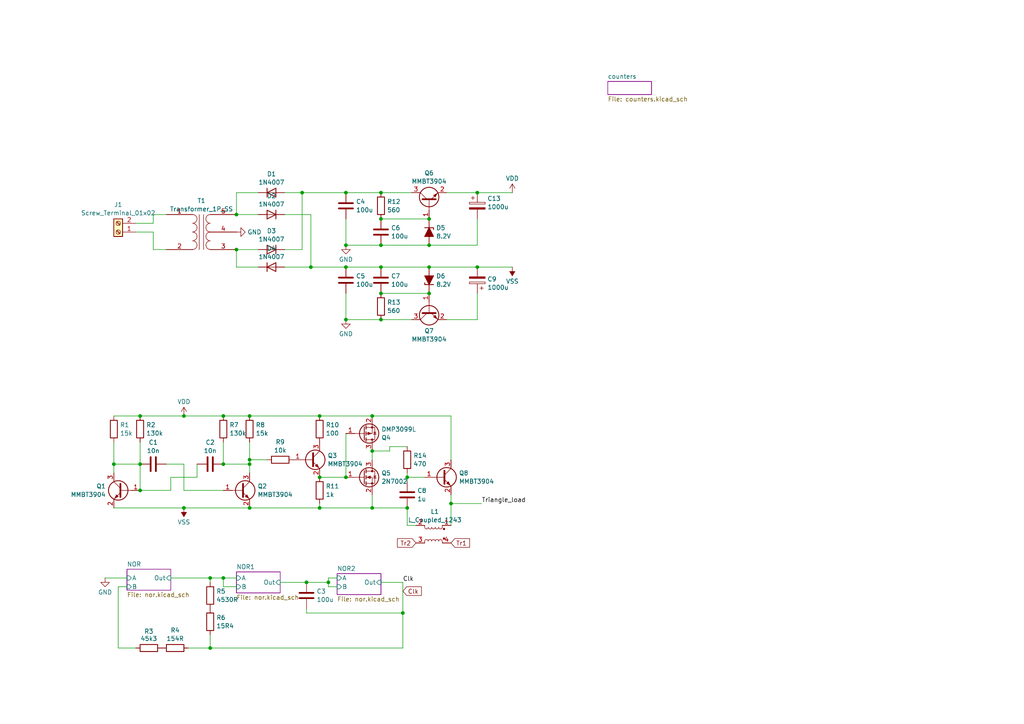
<source format=kicad_sch>
(kicad_sch (version 20250114) (generator "eeschema") (generator_version "9.0")
  (paper "A4")
  (lib_symbols
    (symbol "Connector:Screw_Terminal_01x02" (pin_names (offset 1.016) (hide yes))
      (property "Reference" "J" (at 0 2.54 0))
      (property "Value" "Screw_Terminal_01x02" (at 0 -5.08 0))
      (symbol "Screw_Terminal_01x02_1_1"
        (rectangle (start -1.27 1.27) (end 1.27 -3.81) (stroke (width 0.254)) (fill (type background)))
        (polyline (pts (xy -0.5334 0.3302) (xy 0.3302 -0.508)) (stroke (width 0.1524)))
        (polyline (pts (xy -0.5334 -2.2098) (xy 0.3302 -3.048)) (stroke (width 0.1524)))
        (polyline (pts (xy -0.3556 0.508) (xy 0.508 -0.3302)) (stroke (width 0.1524)))
        (polyline (pts (xy -0.3556 -2.032) (xy 0.508 -2.8702)) (stroke (width 0.1524)))
        (circle (center 0 0) (radius 0.635) (stroke (width 0.1524)))
        (circle (center 0 -2.54) (radius 0.635) (stroke (width 0.1524)))
        (pin passive line (at -5.08 0 0) (length 3.81) (name "Pin_1") (number "1"))
        (pin passive line (at -5.08 -2.54 0) (length 3.81) (name "Pin_2") (number "2"))
      )
    )
    (symbol "Device:C" (pin_numbers (hide yes)) (pin_names (offset 0.254))
      (property "Reference" "C" (at 0.635 2.54 0))
      (property "Value" "C" (at 0.635 -2.54 0))
      (symbol "C_0_1"
        (polyline (pts (xy -2.032 0.762) (xy 2.032 0.762)) (stroke (width 0.508)))
        (polyline (pts (xy -2.032 -0.762) (xy 2.032 -0.762)) (stroke (width 0.508)))
      )
      (symbol "C_1_1"
        (pin passive line (at 0 3.81 270) (length 2.794) (name "~") (number "1"))
        (pin passive line (at 0 -3.81 90) (length 2.794) (name "~") (number "2"))
      )
    )
    (symbol "Device:C_Polarized" (pin_numbers (hide yes)) (pin_names (offset 0.254))
      (property "Reference" "C" (at 0.635 2.54 0))
      (property "Value" "C_Polarized" (at 0.635 -2.54 0))
      (symbol "C_Polarized_0_1"
        (rectangle (start -2.286 0.508) (end 2.286 1.016))
        (polyline (pts (xy -1.778 2.286) (xy -0.762 2.286)))
        (polyline (pts (xy -1.27 2.794) (xy -1.27 1.778)))
        (rectangle (start 2.286 -0.508) (end -2.286 -1.016) (fill (type outline)))
      )
      (symbol "C_Polarized_1_1"
        (pin passive line (at 0 3.81 270) (length 2.794) (name "~") (number "1"))
        (pin passive line (at 0 -3.81 90) (length 2.794) (name "~") (number "2"))
      )
    )
    (symbol "Device:D_Zener_Filled" (pin_numbers (hide yes)) (pin_names (offset 1.016) (hide yes))
      (property "Reference" "D" (at 0 2.54 0))
      (property "Value" "D_Zener_Filled" (at 0 -2.54 0))
      (symbol "D_Zener_Filled_0_1"
        (polyline (pts (xy -1.27 -1.27) (xy -1.27 1.27) (xy -0.762 1.27)) (stroke (width 0.254)))
        (polyline (pts (xy 1.27 0) (xy -1.27 0)))
        (polyline (pts (xy 1.27 -1.27) (xy 1.27 1.27) (xy -1.27 0) (xy 1.27 -1.27)) (stroke (width 0.254)) (fill (type outline)))
      )
      (symbol "D_Zener_Filled_1_1"
        (pin passive line (at -3.81 0 0) (length 2.54) (name "K") (number "1"))
        (pin passive line (at 3.81 0 180) (length 2.54) (name "A") (number "2"))
      )
    )
    (symbol "Device:L_Coupled_1243" (pin_names (offset 0.254) (hide yes))
      (property "Reference" "L" (at 0 4.445 0))
      (property "Value" "L_Coupled_1243" (at 0 -4.445 0))
      (symbol "L_Coupled_1243_0_1"
        (circle (center -3.048 1.524) (radius 0.254) (fill (type outline)))
        (circle (center -3.048 -1.27) (radius 0.254) (fill (type outline)))
        (polyline (pts (xy -2.54 2.032) (xy -2.54 2.54)))
        (polyline (pts (xy -2.54 -2.032) (xy -2.54 -2.54)))
        (arc (start -1.524 2.032) (mid -2.032 1.5262) (end -2.54 2.032))
        (arc (start -2.54 -2.032) (mid -2.032 -1.5262) (end -1.524 -2.032))
        (arc (start -0.508 2.032) (mid -1.016 1.5262) (end -1.524 2.032))
        (arc (start -1.524 -2.032) (mid -1.016 -1.5262) (end -0.508 -2.032))
        (arc (start 0.508 2.032) (mid 0 1.5262) (end -0.508 2.032))
        (arc (start -0.508 -2.032) (mid 0 -1.5262) (end 0.508 -2.032))
        (arc (start 1.524 2.032) (mid 1.016 1.5262) (end 0.508 2.032))
        (arc (start 0.508 -2.032) (mid 1.016 -1.5262) (end 1.524 -2.032))
        (arc (start 2.54 2.032) (mid 2.032 1.5262) (end 1.524 2.032))
        (arc (start 1.524 -2.032) (mid 2.032 -1.5262) (end 2.54 -2.032))
        (polyline (pts (xy 2.54 2.54) (xy 2.54 2.032)))
        (polyline (pts (xy 2.54 -2.032) (xy 2.54 -2.54)))
      )
      (symbol "L_Coupled_1243_1_1"
        (pin passive line (at -5.08 2.54 0) (length 2.54) (name "1") (number "1"))
        (pin passive line (at -5.08 -2.54 0) (length 2.54) (name "4") (number "4"))
        (pin passive line (at 5.08 2.54 180) (length 2.54) (name "2") (number "2"))
        (pin passive line (at 5.08 -2.54 180) (length 2.54) (name "3") (number "3"))
      )
    )
    (symbol "Device:R" (pin_numbers (hide yes)) (pin_names (offset 0))
      (property "Reference" "R" (at 2.032 0 90))
      (property "Value" "R" (at 0 0 90))
      (symbol "R_0_1"
        (rectangle (start -1.016 -2.54) (end 1.016 2.54) (stroke (width 0.254)))
      )
      (symbol "R_1_1"
        (pin passive line (at 0 3.81 270) (length 1.27) (name "~") (number "1"))
        (pin passive line (at 0 -3.81 90) (length 1.27) (name "~") (number "2"))
      )
    )
    (symbol "Device:Transformer_1P_SS" (pin_names (offset 1.016) (hide yes))
      (property "Reference" "T" (at 0 6.35 0))
      (property "Value" "Transformer_1P_SS" (at 0 -7.62 0))
      (symbol "Transformer_1P_SS_0_1"
        (arc (start -1.27 3.81) (mid -1.656 2.9336) (end -2.54 2.5654))
        (arc (start -1.27 1.27) (mid -1.656 0.3936) (end -2.54 0.0254))
        (arc (start -1.27 -1.27) (mid -1.656 -2.1464) (end -2.54 -2.5146))
        (arc (start -1.27 -3.81) (mid -1.656 -4.6864) (end -2.54 -5.0546))
        (arc (start -2.54 5.08) (mid -1.642 4.708) (end -1.27 3.81))
        (arc (start -2.54 2.54) (mid -1.642 2.168) (end -1.27 1.27))
        (arc (start -2.54 0) (mid -1.642 -0.372) (end -1.27 -1.27))
        (arc (start -2.54 -2.54) (mid -1.642 -2.912) (end -1.27 -3.81))
        (polyline (pts (xy -0.635 5.08) (xy -0.635 -5.08)))
        (polyline (pts (xy 0.635 -5.08) (xy 0.635 5.08)))
        (arc (start 1.2954 3.81) (mid 1.6457 4.7117) (end 2.54 5.08))
        (arc (start 1.2954 1.27) (mid 1.6457 2.1717) (end 2.54 2.54))
        (arc (start 1.2954 -1.27) (mid 1.6457 -0.3683) (end 2.54 0))
        (arc (start 2.54 2.5654) (mid 1.6599 2.9299) (end 1.2954 3.81))
        (arc (start 2.54 0.0254) (mid 1.6599 0.3899) (end 1.2954 1.27))
        (arc (start 2.54 -2.5146) (mid 1.6599 -2.1501) (end 1.2954 -1.27))
        (arc (start 1.3208 -3.81) (mid 1.6711 -2.9085) (end 2.5654 -2.54))
        (arc (start 2.5654 -5.0546) (mid 1.6851 -4.6902) (end 1.3208 -3.81))
      )
      (symbol "Transformer_1P_SS_1_1"
        (pin passive line (at -10.16 5.08 0) (length 7.62) (name "AA") (number "1"))
        (pin passive line (at -10.16 -5.08 0) (length 7.62) (name "AB") (number "2"))
        (pin passive line (at 10.16 5.08 180) (length 7.62) (name "SB") (number "5"))
        (pin passive line (at 10.16 0 180) (length 7.62) (name "SC") (number "4"))
        (pin passive line (at 10.16 -5.08 180) (length 7.62) (name "SA") (number "3"))
      )
    )
    (symbol "Diode:1N4007" (pin_numbers (hide yes)) (pin_names (hide yes))
      (property "Reference" "D" (at 0 2.54 0))
      (property "Value" "1N4007" (at 0 -2.54 0))
      (symbol "1N4007_0_1"
        (polyline (pts (xy -1.27 1.27) (xy -1.27 -1.27)) (stroke (width 0.254)))
        (polyline (pts (xy 1.27 1.27) (xy 1.27 -1.27) (xy -1.27 0) (xy 1.27 1.27)) (stroke (width 0.254)))
        (polyline (pts (xy 1.27 0) (xy -1.27 0)))
      )
      (symbol "1N4007_1_1"
        (pin passive line (at -3.81 0 0) (length 2.54) (name "K") (number "1"))
        (pin passive line (at 3.81 0 180) (length 2.54) (name "A") (number "2"))
      )
    )
    (symbol "Transistor_BJT:MMBT3904" (pin_names (offset 0) (hide yes))
      (property "Reference" "Q" (at 5.08 1.905 0))
      (property "Value" "MMBT3904" (at 5.08 0 0))
      (symbol "MMBT3904_0_1"
        (polyline (pts (xy -2.54 0) (xy 0.635 0)))
        (polyline (pts (xy 0.635 1.905) (xy 0.635 -1.905)) (stroke (width 0.508)))
        (circle (center 1.27 0) (radius 2.8194) (stroke (width 0.254)))
      )
      (symbol "MMBT3904_1_1"
        (polyline (pts (xy 0.635 0.635) (xy 2.54 2.54)))
        (polyline (pts (xy 0.635 -0.635) (xy 2.54 -2.54)))
        (polyline (pts (xy 1.27 -1.778) (xy 1.778 -1.27) (xy 2.286 -2.286) (xy 1.27 -1.778)) (fill (type outline)))
        (pin input line (at -5.08 0 0) (length 2.54) (name "B") (number "1"))
        (pin passive line (at 2.54 5.08 270) (length 2.54) (name "C") (number "3"))
        (pin passive line (at 2.54 -5.08 90) (length 2.54) (name "E") (number "2"))
      )
    )
    (symbol "Transistor_FET:2N7002" (pin_names (offset 0) (hide yes))
      (property "Reference" "Q" (at 5.08 1.905 0))
      (property "Value" "2N7002" (at 5.08 0 0))
      (symbol "2N7002_0_1"
        (polyline (pts (xy 0.254 1.905) (xy 0.254 -1.905)) (stroke (width 0.254)))
        (polyline (pts (xy 0.254 0) (xy -2.54 0)))
        (polyline (pts (xy 0.762 2.286) (xy 0.762 1.27)) (stroke (width 0.254)))
        (polyline (pts (xy 0.762 0.508) (xy 0.762 -0.508)) (stroke (width 0.254)))
        (polyline (pts (xy 0.762 -1.27) (xy 0.762 -2.286)) (stroke (width 0.254)))
        (polyline (pts (xy 0.762 -1.778) (xy 3.302 -1.778) (xy 3.302 1.778) (xy 0.762 1.778)))
        (polyline (pts (xy 1.016 0) (xy 2.032 0.381) (xy 2.032 -0.381) (xy 1.016 0)) (fill (type outline)))
        (circle (center 1.651 0) (radius 2.794) (stroke (width 0.254)))
        (polyline (pts (xy 2.54 2.54) (xy 2.54 1.778)))
        (circle (center 2.54 1.778) (radius 0.254) (fill (type outline)))
        (circle (center 2.54 -1.778) (radius 0.254) (fill (type outline)))
        (polyline (pts (xy 2.54 -2.54) (xy 2.54 0) (xy 0.762 0)))
        (polyline (pts (xy 2.921 0.381) (xy 3.683 0.381)))
        (polyline (pts (xy 3.302 0.381) (xy 2.921 -0.254) (xy 3.683 -0.254) (xy 3.302 0.381)))
      )
      (symbol "2N7002_1_1"
        (pin input line (at -5.08 0 0) (length 2.54) (name "G") (number "1"))
        (pin passive line (at 2.54 5.08 270) (length 2.54) (name "D") (number "3"))
        (pin passive line (at 2.54 -5.08 90) (length 2.54) (name "S") (number "2"))
      )
    )
    (symbol "Transistor_FET:DMP3099L" (pin_names (offset 0) (hide yes))
      (property "Reference" "Q" (at 5.08 1.905 0))
      (property "Value" "DMP3099L" (at 5.08 0 0))
      (symbol "DMP3099L_0_1"
        (polyline (pts (xy 0.254 1.905) (xy 0.254 -1.905)) (stroke (width 0.254)))
        (polyline (pts (xy 0.254 0) (xy -2.54 0)))
        (polyline (pts (xy 0.762 2.286) (xy 0.762 1.27)) (stroke (width 0.254)))
        (polyline (pts (xy 0.762 1.778) (xy 3.302 1.778) (xy 3.302 -1.778) (xy 0.762 -1.778)))
        (polyline (pts (xy 0.762 0.508) (xy 0.762 -0.508)) (stroke (width 0.254)))
        (polyline (pts (xy 0.762 -1.27) (xy 0.762 -2.286)) (stroke (width 0.254)))
        (circle (center 1.651 0) (radius 2.794) (stroke (width 0.254)))
        (polyline (pts (xy 2.286 0) (xy 1.27 0.381) (xy 1.27 -0.381) (xy 2.286 0)) (fill (type outline)))
        (polyline (pts (xy 2.54 2.54) (xy 2.54 1.778)))
        (circle (center 2.54 1.778) (radius 0.254) (fill (type outline)))
        (circle (center 2.54 -1.778) (radius 0.254) (fill (type outline)))
        (polyline (pts (xy 2.54 -2.54) (xy 2.54 0) (xy 0.762 0)))
        (polyline (pts (xy 2.921 -0.381) (xy 3.683 -0.381)))
        (polyline (pts (xy 3.302 -0.381) (xy 2.921 0.254) (xy 3.683 0.254) (xy 3.302 -0.381)))
      )
      (symbol "DMP3099L_1_1"
        (pin input line (at -5.08 0 0) (length 2.54) (name "G") (number "1"))
        (pin passive line (at 2.54 5.08 270) (length 2.54) (name "D") (number "3"))
        (pin passive line (at 2.54 -5.08 90) (length 2.54) (name "S") (number "2"))
      )
    )
    (symbol "power:GND" (power) (pin_numbers (hide yes)) (pin_names (offset 0) (hide yes))
      (property "Value" "GND" (at 0 -3.81 0))
      (symbol "GND_0_1"
        (polyline (pts (xy 0 0) (xy 0 -1.27) (xy 1.27 -1.27) (xy 0 -2.54) (xy -1.27 -1.27) (xy 0 -1.27)))
      )
      (symbol "GND_1_1"
        (pin power_in line (at 0 0 270) (length 0) (name "~") (number "1"))
      )
    )
    (symbol "power:VDD" (power) (pin_numbers (hide yes)) (pin_names (offset 0) (hide yes))
      (property "Value" "VDD" (at 0 3.556 0))
      (symbol "VDD_0_1"
        (polyline (pts (xy -0.762 1.27) (xy 0 2.54)))
        (polyline (pts (xy 0 2.54) (xy 0.762 1.27)))
        (polyline (pts (xy 0 0) (xy 0 2.54)))
      )
      (symbol "VDD_1_1"
        (pin power_in line (at 0 0 90) (length 0) (name "~") (number "1"))
      )
    )
    (symbol "power:VSS" (power) (pin_numbers (hide yes)) (pin_names (offset 0) (hide yes))
      (property "Value" "VSS" (at 0 3.556 0))
      (symbol "VSS_0_1"
        (polyline (pts (xy 0 0) (xy 0 2.54)))
        (polyline (pts (xy 0.762 1.27) (xy -0.762 1.27) (xy 0 2.54) (xy 0.762 1.27)) (fill (type outline)))
      )
      (symbol "VSS_1_1"
        (pin power_in line (at 0 0 90) (length 0) (name "~") (number "1"))
      )
    )
  )
  (junction (at 72.39 133.35))
  (junction (at 87.63 55.88))
  (junction (at 110.49 85.09))
  (junction (at 124.46 71.12))
  (junction (at 124.46 77.47))
  (junction (at 64.77 167.64))
  (junction (at 64.77 120.65))
  (junction (at 88.9 168.91))
  (junction (at 118.11 147.32))
  (junction (at 138.43 55.88))
  (junction (at 124.46 63.5))
  (junction (at 107.95 130.81))
  (junction (at 100.33 71.12))
  (junction (at 68.58 62.23))
  (junction (at 118.11 138.43))
  (junction (at 95.25 168.91))
  (junction (at 100.33 138.43))
  (junction (at 100.33 55.88))
  (junction (at 110.49 55.88))
  (junction (at 72.39 147.32))
  (junction (at 116.84 177.8))
  (junction (at 33.02 134.62))
  (junction (at 60.96 187.96))
  (junction (at 90.17 77.47))
  (junction (at 110.49 63.5))
  (junction (at 138.43 77.47))
  (junction (at 107.95 147.32))
  (junction (at 40.64 120.65))
  (junction (at 40.64 134.62))
  (junction (at 110.49 71.12))
  (junction (at 64.77 134.62))
  (junction (at 100.33 92.71))
  (junction (at 53.34 147.32))
  (junction (at 107.95 120.65))
  (junction (at 92.71 138.43))
  (junction (at 124.46 85.09))
  (junction (at 68.58 72.39))
  (junction (at 110.49 92.71))
  (junction (at 53.34 120.65))
  (junction (at 72.39 120.65))
  (junction (at 130.81 146.05))
  (junction (at 40.64 142.24))
  (junction (at 100.33 77.47))
  (junction (at 72.39 134.62))
  (junction (at 110.49 77.47))
  (junction (at 60.96 167.64))
  (junction (at 92.71 120.65))
  (junction (at 92.71 147.32))
  (wire (pts (xy 107.95 130.81) (xy 107.95 133.35)))
  (wire (pts (xy 34.29 187.96) (xy 39.37 187.96)))
  (wire (pts (xy 60.96 167.64) (xy 64.77 167.64)))
  (wire (pts (xy 49.53 138.43) (xy 57.15 138.43)))
  (wire (pts (xy 130.81 146.05) (xy 139.7 146.05)))
  (wire (pts (xy 92.71 138.43) (xy 100.33 138.43)))
  (wire (pts (xy 130.81 146.05) (xy 130.81 152.4)))
  (wire (pts (xy 100.33 77.47) (xy 110.49 77.47)))
  (wire (pts (xy 33.02 134.62) (xy 33.02 137.16)))
  (wire (pts (xy 90.17 62.23) (xy 90.17 77.47)))
  (wire (pts (xy 118.11 137.16) (xy 118.11 138.43)))
  (wire (pts (xy 129.54 92.71) (xy 138.43 92.71)))
  (wire (pts (xy 64.77 167.64) (xy 64.77 170.18)))
  (wire (pts (xy 110.49 92.71) (xy 119.38 92.71)))
  (wire (pts (xy 88.9 176.53) (xy 88.9 177.8)))
  (wire (pts (xy 54.61 187.96) (xy 60.96 187.96)))
  (wire (pts (xy 116.84 177.8) (xy 88.9 177.8)))
  (wire (pts (xy 53.34 142.24) (xy 64.77 142.24)))
  (wire (pts (xy 68.58 72.39) (xy 74.93 72.39)))
  (wire (pts (xy 34.29 170.18) (xy 34.29 187.96)))
  (wire (pts (xy 68.58 62.23) (xy 74.93 62.23)))
  (wire (pts (xy 100.33 55.88) (xy 110.49 55.88)))
  (wire (pts (xy 64.77 170.18) (xy 68.58 170.18)))
  (wire (pts (xy 113.03 130.81) (xy 113.03 129.54)))
  (wire (pts (xy 110.49 77.47) (xy 124.46 77.47)))
  (wire (pts (xy 64.77 120.65) (xy 72.39 120.65)))
  (wire (pts (xy 33.02 120.65) (xy 40.64 120.65)))
  (wire (pts (xy 100.33 92.71) (xy 100.33 85.09)))
  (wire (pts (xy 110.49 63.5) (xy 124.46 63.5)))
  (wire (pts (xy 110.49 71.12) (xy 100.33 71.12)))
  (wire (pts (xy 107.95 147.32) (xy 118.11 147.32)))
  (wire (pts (xy 72.39 133.35) (xy 72.39 134.62)))
  (wire (pts (xy 130.81 143.51) (xy 130.81 146.05)))
  (wire (pts (xy 81.28 168.91) (xy 88.9 168.91)))
  (wire (pts (xy 92.71 120.65) (xy 107.95 120.65)))
  (wire (pts (xy 90.17 77.47) (xy 100.33 77.47)))
  (wire (pts (xy 138.43 85.09) (xy 138.43 92.71)))
  (wire (pts (xy 60.96 184.15) (xy 60.96 187.96)))
  (wire (pts (xy 118.11 138.43) (xy 123.19 138.43)))
  (wire (pts (xy 116.84 177.8) (xy 116.84 168.91)))
  (wire (pts (xy 53.34 120.65) (xy 64.77 120.65)))
  (wire (pts (xy 60.96 167.64) (xy 60.96 168.91)))
  (wire (pts (xy 113.03 129.54) (xy 118.11 129.54)))
  (wire (pts (xy 92.71 147.32) (xy 107.95 147.32)))
  (wire (pts (xy 39.37 67.31) (xy 44.45 67.31)))
  (wire (pts (xy 49.53 142.24) (xy 49.53 138.43)))
  (wire (pts (xy 64.77 167.64) (xy 68.58 167.64)))
  (wire (pts (xy 116.84 187.96) (xy 116.84 177.8)))
  (wire (pts (xy 33.02 128.27) (xy 33.02 134.62)))
  (wire (pts (xy 118.11 152.4) (xy 118.11 147.32)))
  (wire (pts (xy 36.83 170.18) (xy 34.29 170.18)))
  (wire (pts (xy 64.77 128.27) (xy 64.77 134.62)))
  (wire (pts (xy 72.39 134.62) (xy 72.39 137.16)))
  (wire (pts (xy 87.63 55.88) (xy 100.33 55.88)))
  (wire (pts (xy 72.39 120.65) (xy 92.71 120.65)))
  (wire (pts (xy 100.33 92.71) (xy 110.49 92.71)))
  (wire (pts (xy 74.93 77.47) (xy 68.58 77.47)))
  (wire (pts (xy 82.55 62.23) (xy 90.17 62.23)))
  (wire (pts (xy 124.46 77.47) (xy 138.43 77.47)))
  (wire (pts (xy 33.02 147.32) (xy 53.34 147.32)))
  (wire (pts (xy 138.43 77.47) (xy 148.59 77.47)))
  (wire (pts (xy 95.25 167.64) (xy 95.25 168.91)))
  (wire (pts (xy 48.26 62.23) (xy 44.45 62.23)))
  (wire (pts (xy 44.45 72.39) (xy 48.26 72.39)))
  (wire (pts (xy 87.63 72.39) (xy 87.63 55.88)))
  (wire (pts (xy 48.26 134.62) (xy 53.34 134.62)))
  (wire (pts (xy 72.39 133.35) (xy 77.47 133.35)))
  (wire (pts (xy 53.34 134.62) (xy 53.34 142.24)))
  (wire (pts (xy 44.45 62.23) (xy 44.45 64.77)))
  (wire (pts (xy 72.39 147.32) (xy 92.71 147.32)))
  (wire (pts (xy 100.33 71.12) (xy 100.33 63.5)))
  (wire (pts (xy 130.81 133.35) (xy 130.81 120.65)))
  (wire (pts (xy 33.02 134.62) (xy 40.64 134.62)))
  (wire (pts (xy 110.49 85.09) (xy 124.46 85.09)))
  (wire (pts (xy 72.39 128.27) (xy 72.39 133.35)))
  (wire (pts (xy 95.25 170.18) (xy 97.79 170.18)))
  (wire (pts (xy 138.43 71.12) (xy 124.46 71.12)))
  (wire (pts (xy 30.48 167.64) (xy 36.83 167.64)))
  (wire (pts (xy 107.95 120.65) (xy 130.81 120.65)))
  (wire (pts (xy 107.95 130.81) (xy 113.03 130.81)))
  (wire (pts (xy 44.45 67.31) (xy 44.45 72.39)))
  (wire (pts (xy 110.49 55.88) (xy 119.38 55.88)))
  (wire (pts (xy 40.64 142.24) (xy 49.53 142.24)))
  (wire (pts (xy 129.54 55.88) (xy 138.43 55.88)))
  (wire (pts (xy 107.95 143.51) (xy 107.95 147.32)))
  (wire (pts (xy 124.46 71.12) (xy 110.49 71.12)))
  (wire (pts (xy 57.15 138.43) (xy 57.15 134.62)))
  (wire (pts (xy 90.17 77.47) (xy 82.55 77.47)))
  (wire (pts (xy 87.63 55.88) (xy 82.55 55.88)))
  (wire (pts (xy 82.55 72.39) (xy 87.63 72.39)))
  (wire (pts (xy 40.64 128.27) (xy 40.64 134.62)))
  (wire (pts (xy 118.11 138.43) (xy 118.11 139.7)))
  (wire (pts (xy 110.49 168.91) (xy 116.84 168.91)))
  (wire (pts (xy 40.64 120.65) (xy 53.34 120.65)))
  (wire (pts (xy 53.34 147.32) (xy 72.39 147.32)))
  (wire (pts (xy 138.43 63.5) (xy 138.43 71.12)))
  (wire (pts (xy 68.58 77.47) (xy 68.58 72.39)))
  (wire (pts (xy 138.43 55.88) (xy 148.59 55.88)))
  (wire (pts (xy 60.96 187.96) (xy 116.84 187.96)))
  (wire (pts (xy 44.45 64.77) (xy 39.37 64.77)))
  (wire (pts (xy 88.9 168.91) (xy 95.25 168.91)))
  (wire (pts (xy 97.79 167.64) (xy 95.25 167.64)))
  (wire (pts (xy 92.71 146.05) (xy 92.71 147.32)))
  (wire (pts (xy 40.64 134.62) (xy 40.64 142.24)))
  (wire (pts (xy 74.93 55.88) (xy 68.58 55.88)))
  (wire (pts (xy 49.53 167.64) (xy 60.96 167.64)))
  (wire (pts (xy 64.77 134.62) (xy 72.39 134.62)))
  (wire (pts (xy 100.33 125.73) (xy 100.33 138.43)))
  (wire (pts (xy 95.25 168.91) (xy 95.25 170.18)))
  (wire (pts (xy 120.65 152.4) (xy 118.11 152.4)))
  (wire (pts (xy 68.58 55.88) (xy 68.58 62.23)))
  (label "Clk" (at 116.84 168.91 0))
  (label "Triangle_load" (at 139.7 146.05 0))
  (global_label "Tr1" (shape input) (at 130.81 157.48 0) (property "Intersheetrefs" "${INTERSHEET_REFS}" (effects (hide yes))))
  (global_label "Tr2" (shape input) (at 120.65 157.48 180) (property "Intersheetrefs" "${INTERSHEET_REFS}" (effects (hide yes))))
  (global_label "Clk" (shape input) (at 116.84 171.45 0) (property "Intersheetrefs" "${INTERSHEET_REFS}" (effects (hide yes))))
  (symbol (lib_id "Device:R") (at 33.02 124.46 0) (unit 1)
    (property "Reference" "R1" (at 34.798 123.2478 0) (effects (justify left)))
    (property "Value" "15k" (at 34.798 125.6721 0) (effects (justify left)))
    (property "Footprint" "Resistor_SMD:R_0402_1005Metric" (effects (hide yes)))
    (property "Description" "Resistor" (effects (hide yes)))
  )
  (symbol (lib_id "Device:D_Zener_Filled") (at 124.46 67.31 270) (unit 1)
    (property "Reference" "D5" (at 126.492 66.0978 90) (effects (justify left)))
    (property "Value" "8.2V" (at 126.492 68.5221 90) (effects (justify left)))
    (property "Description" "Zener diode, filled shape" (effects (hide yes)))
  )
  (symbol (lib_id "Transistor_BJT:MMBT3904") (at 69.85 142.24 0) (unit 1)
    (property "Reference" "Q2" (at 74.7014 141.0278 0) (effects (justify left)))
    (property "Value" "MMBT3904" (at 74.7014 143.4521 0) (effects (justify left)))
    (property "Footprint" "Package_TO_SOT_SMD:SOT-23" (effects (hide yes)))
    (property "Datasheet" "https://www.onsemi.com/pdf/datasheet/pzt3904-d.pdf" (effects (hide yes)))
    (property "Description" "0.2A Ic, 40V Vce, Small Signal NPN Transistor, SOT-23" (effects (hide yes)))
    (property "Sim.Device" "NPN" (effects (hide yes)))
    (property "Sim.Pins" "1=B 2=E 3=C" (effects (hide yes)))
  )
  (symbol (lib_id "Diode:1N4007") (at 78.74 62.23 180) (unit 1)
    (property "Reference" "D2" (at 78.74 56.8155 0))
    (property "Value" "1N4007" (at 78.74 59.2398 0))
    (property "Footprint" "Diode_THT:D_DO-41_SOD81_P10.16mm_Horizontal" (effects (hide yes)))
    (property "Datasheet" "http://www.vishay.com/docs/88503/1n4001.pdf" (effects (hide yes)))
    (property "Description" "1000V 1A General Purpose Rectifier Diode, DO-41" (effects (hide yes)))
    (property "Sim.Device" "D" (effects (hide yes)))
    (property "Sim.Pins" "1=K 2=A" (effects (hide yes)))
  )
  (symbol (lib_id "power:VDD") (at 148.59 55.88 0) (unit 1)
    (property "Reference" "#PWR07" (effects (hide yes)))
    (property "Value" "VDD" (at 148.59 51.7469 0))
    (property "Description" "Power symbol creates a global label with name \"VDD\"" (effects (hide yes)))
  )
  (symbol (lib_id "Device:R") (at 92.71 142.24 0) (unit 1)
    (property "Reference" "R11" (at 94.488 141.0278 0) (effects (justify left)))
    (property "Value" "1k" (at 94.488 143.4521 0) (effects (justify left)))
    (property "Footprint" "Resistor_SMD:R_0402_1005Metric" (effects (hide yes)))
    (property "Description" "Resistor" (effects (hide yes)))
  )
  (symbol (lib_id "Device:C") (at 60.96 134.62 90) (unit 1)
    (property "Reference" "C2" (at 60.96 128.3165 90))
    (property "Value" "10n" (at 60.96 130.7408 90))
    (property "Description" "Unpolarized capacitor" (effects (hide yes)))
  )
  (symbol (lib_id "Diode:1N4007") (at 78.74 77.47 0) (unit 1)
    (property "Reference" "D4" (at 78.74 72.0555 0))
    (property "Value" "1N4007" (at 78.74 74.4798 0))
    (property "Footprint" "Diode_THT:D_DO-41_SOD81_P10.16mm_Horizontal" (effects (hide yes)))
    (property "Datasheet" "http://www.vishay.com/docs/88503/1n4001.pdf" (effects (hide yes)))
    (property "Description" "1000V 1A General Purpose Rectifier Diode, DO-41" (effects (hide yes)))
    (property "Sim.Device" "D" (effects (hide yes)))
    (property "Sim.Pins" "1=K 2=A" (effects (hide yes)))
  )
  (symbol (lib_id "Device:R") (at 110.49 59.69 0) (unit 1)
    (property "Reference" "R12" (at 112.268 58.4778 0) (effects (justify left)))
    (property "Value" "560" (at 112.268 60.9021 0) (effects (justify left)))
    (property "Footprint" "Resistor_SMD:R_0402_1005Metric" (effects (hide yes)))
    (property "Description" "Resistor" (effects (hide yes)))
  )
  (symbol (lib_id "Device:C") (at 44.45 134.62 90) (unit 1)
    (property "Reference" "C1" (at 44.45 128.3165 90))
    (property "Value" "10n" (at 44.45 130.7408 90))
    (property "Description" "Unpolarized capacitor" (effects (hide yes)))
  )
  (symbol (lib_id "Device:C") (at 118.11 143.51 0) (unit 1)
    (property "Reference" "C8" (at 121.031 142.2978 0) (effects (justify left)))
    (property "Value" "1u" (at 121.031 144.7221 0) (effects (justify left)))
    (property "Description" "Unpolarized capacitor" (effects (hide yes)))
  )
  (symbol (lib_id "power:VSS") (at 148.59 77.47 180) (unit 1)
    (property "Reference" "#PWR08" (effects (hide yes)))
    (property "Value" "VSS" (at 148.59 81.6031 0))
    (property "Description" "Power symbol creates a global label with name \"VSS\"" (effects (hide yes)))
  )
  (symbol (lib_id "Device:R") (at 60.96 180.34 180) (unit 1)
    (property "Reference" "R6" (at 62.738 179.1278 0) (effects (justify right)))
    (property "Value" "15R4" (at 62.738 181.5521 0) (effects (justify right)))
    (property "Footprint" "Resistor_SMD:R_0402_1005Metric" (effects (hide yes)))
    (property "Description" "Resistor" (effects (hide yes)))
  )
  (symbol (lib_id "power:VSS") (at 53.34 147.32 180) (unit 1)
    (property "Reference" "#PWR03" (effects (hide yes)))
    (property "Value" "VSS" (at 53.34 151.4531 0))
    (property "Description" "Power symbol creates a global label with name \"VSS\"" (effects (hide yes)))
  )
  (symbol (lib_id "Device:L_Coupled_1243") (at 125.73 154.94 0) (mirror y) (unit 1)
    (property "Reference" "L1" (at 126.111 148.3825 0))
    (property "Value" "L_Coupled_1243" (at 126.111 150.8068 0))
    (property "Description" "Coupled inductor" (effects (hide yes)))
  )
  (symbol (lib_id "Device:C") (at 100.33 81.28 0) (unit 1)
    (property "Reference" "C5" (at 103.251 80.0678 0) (effects (justify left)))
    (property "Value" "100u" (at 103.251 82.4921 0) (effects (justify left)))
    (property "Description" "Unpolarized capacitor" (effects (hide yes)))
  )
  (symbol (lib_id "power:GND") (at 30.48 167.64 0) (unit 1)
    (property "Reference" "#PWR01" (effects (hide yes)))
    (property "Value" "GND" (at 30.48 171.7731 0))
    (property "Description" "Power symbol creates a global label with name \"GND\" , ground" (effects (hide yes)))
  )
  (symbol (lib_id "Diode:1N4007") (at 78.74 72.39 180) (unit 1)
    (property "Reference" "D3" (at 78.74 66.9755 0))
    (property "Value" "1N4007" (at 78.74 69.3998 0))
    (property "Footprint" "Diode_THT:D_DO-41_SOD81_P10.16mm_Horizontal" (effects (hide yes)))
    (property "Datasheet" "http://www.vishay.com/docs/88503/1n4001.pdf" (effects (hide yes)))
    (property "Description" "1000V 1A General Purpose Rectifier Diode, DO-41" (effects (hide yes)))
    (property "Sim.Device" "D" (effects (hide yes)))
    (property "Sim.Pins" "1=K 2=A" (effects (hide yes)))
  )
  (symbol (lib_id "Device:C") (at 110.49 67.31 180) (unit 1)
    (property "Reference" "C6" (at 113.411 66.0978 0) (effects (justify right)))
    (property "Value" "100u" (at 113.411 68.5221 0) (effects (justify right)))
    (property "Description" "Unpolarized capacitor" (effects (hide yes)))
  )
  (symbol (lib_id "Transistor_FET:2N7002") (at 105.41 138.43 0) (unit 1)
    (property "Reference" "Q5" (at 110.617 137.2178 0) (effects (justify left)))
    (property "Value" "2N7002" (at 110.617 139.6421 0) (effects (justify left)))
    (property "Footprint" "Package_TO_SOT_SMD:SOT-23" (effects (hide yes)))
    (property "Datasheet" "https://www.onsemi.com/pub/Collateral/NDS7002A-D.PDF" (effects (hide yes)))
    (property "Description" "0.115A Id, 60V Vds, N-Channel MOSFET, SOT-23" (effects (hide yes)))
  )
  (symbol (lib_id "Device:R") (at 110.49 88.9 0) (unit 1)
    (property "Reference" "R13" (at 112.268 87.6878 0) (effects (justify left)))
    (property "Value" "560" (at 112.268 90.1121 0) (effects (justify left)))
    (property "Footprint" "Resistor_SMD:R_0402_1005Metric" (effects (hide yes)))
    (property "Description" "Resistor" (effects (hide yes)))
  )
  (symbol (lib_id "power:VDD") (at 53.34 120.65 0) (unit 1)
    (property "Reference" "#PWR02" (effects (hide yes)))
    (property "Value" "VDD" (at 53.34 116.5169 0))
    (property "Description" "Power symbol creates a global label with name \"VDD\"" (effects (hide yes)))
  )
  (symbol (lib_id "Diode:1N4007") (at 78.74 55.88 0) (unit 1)
    (property "Reference" "D1" (at 78.74 50.4655 0))
    (property "Value" "1N4007" (at 78.74 52.8898 0))
    (property "Footprint" "Diode_THT:D_DO-41_SOD81_P10.16mm_Horizontal" (effects (hide yes)))
    (property "Datasheet" "http://www.vishay.com/docs/88503/1n4001.pdf" (effects (hide yes)))
    (property "Description" "1000V 1A General Purpose Rectifier Diode, DO-41" (effects (hide yes)))
    (property "Sim.Device" "D" (effects (hide yes)))
    (property "Sim.Pins" "1=K 2=A" (effects (hide yes)))
  )
  (symbol (lib_id "Device:R") (at 92.71 124.46 180) (unit 1)
    (property "Reference" "R10" (at 94.488 123.2478 0) (effects (justify right)))
    (property "Value" "100" (at 94.488 125.6721 0) (effects (justify right)))
    (property "Footprint" "Resistor_SMD:R_0402_1005Metric" (effects (hide yes)))
    (property "Description" "Resistor" (effects (hide yes)))
  )
  (symbol (lib_id "Device:C_Polarized") (at 138.43 59.69 0) (unit 1)
    (property "Reference" "C13" (at 141.351 57.5888 0) (effects (justify left)))
    (property "Value" "1000u" (at 141.351 60.0131 0) (effects (justify left)))
    (property "Description" "Polarized capacitor" (effects (hide yes)))
  )
  (symbol (lib_id "Device:Transformer_1P_SS") (at 58.42 67.31 0) (unit 1)
    (property "Reference" "T1" (at 58.4327 58.2122 0))
    (property "Value" "Transformer_1P_SS" (at 58.4327 60.6365 0))
    (property "Description" "Transformer, single primary, split secondary. Ratio: 9?" (effects (hide yes)))
  )
  (symbol (lib_id "power:GND") (at 68.58 67.31 90) (unit 1)
    (property "Reference" "#PWR04" (effects (hide yes)))
    (property "Value" "GND" (at 71.755 67.31 90) (effects (justify right)))
    (property "Description" "Power symbol creates a global label with name \"GND\" , ground" (effects (hide yes)))
  )
  (symbol (lib_id "Transistor_BJT:MMBT3904") (at 35.56 142.24 0) (mirror y) (unit 1)
    (property "Reference" "Q1" (at 30.7086 141.0278 0) (effects (justify left)))
    (property "Value" "MMBT3904" (at 30.7086 143.4521 0) (effects (justify left)))
    (property "Footprint" "Package_TO_SOT_SMD:SOT-23" (effects (hide yes)))
    (property "Datasheet" "https://www.onsemi.com/pdf/datasheet/pzt3904-d.pdf" (effects (hide yes)))
    (property "Description" "0.2A Ic, 40V Vce, Small Signal NPN Transistor, SOT-23" (effects (hide yes)))
    (property "Sim.Device" "NPN" (effects (hide yes)))
    (property "Sim.Pins" "1=B 2=E 3=C" (effects (hide yes)))
  )
  (symbol (lib_id "Device:R") (at 40.64 124.46 0) (unit 1)
    (property "Reference" "R2" (at 42.418 123.2478 0) (effects (justify left)))
    (property "Value" "130k" (at 42.418 125.6721 0) (effects (justify left)))
    (property "Footprint" "Resistor_SMD:R_0402_1005Metric" (effects (hide yes)))
    (property "Description" "Resistor" (effects (hide yes)))
  )
  (symbol (lib_id "Device:R") (at 64.77 124.46 0) (unit 1)
    (property "Reference" "R7" (at 66.548 123.2478 0) (effects (justify left)))
    (property "Value" "130k" (at 66.548 125.6721 0) (effects (justify left)))
    (property "Footprint" "Resistor_SMD:R_0402_1005Metric" (effects (hide yes)))
    (property "Description" "Resistor" (effects (hide yes)))
  )
  (symbol (lib_id "power:GND") (at 100.33 71.12 0) (unit 1)
    (property "Reference" "#PWR05" (effects (hide yes)))
    (property "Value" "GND" (at 100.33 75.2531 0))
    (property "Description" "Power symbol creates a global label with name \"GND\" , ground" (effects (hide yes)))
  )
  (symbol (lib_id "Device:R") (at 81.28 133.35 90) (unit 1)
    (property "Reference" "R9" (at 81.28 128.1895 90))
    (property "Value" "10k" (at 81.28 130.6138 90))
    (property "Footprint" "Resistor_SMD:R_0402_1005Metric" (effects (hide yes)))
    (property "Description" "Resistor" (effects (hide yes)))
  )
  (symbol (lib_id "Transistor_BJT:MMBT3904") (at 124.46 90.17 90) (mirror x) (unit 1)
    (property "Reference" "Q7" (at 124.46 95.9795 90))
    (property "Value" "MMBT3904" (at 124.46 98.4038 90))
    (property "Footprint" "Package_TO_SOT_SMD:SOT-23" (effects (hide yes)))
    (property "Datasheet" "https://www.onsemi.com/pdf/datasheet/pzt3904-d.pdf" (effects (hide yes)))
    (property "Description" "0.2A Ic, 40V Vce, Small Signal NPN Transistor, SOT-23" (effects (hide yes)))
    (property "Sim.Device" "NPN" (effects (hide yes)))
    (property "Sim.Pins" "1=B 2=E 3=C" (effects (hide yes)))
  )
  (symbol (lib_id "Transistor_BJT:MMBT3904") (at 124.46 58.42 90) (unit 1)
    (property "Reference" "Q6" (at 124.46 50.1861 90))
    (property "Value" "MMBT3904" (at 124.46 52.6104 90))
    (property "Footprint" "Package_TO_SOT_SMD:SOT-23" (effects (hide yes)))
    (property "Datasheet" "https://www.onsemi.com/pdf/datasheet/pzt3904-d.pdf" (effects (hide yes)))
    (property "Description" "0.2A Ic, 40V Vce, Small Signal NPN Transistor, SOT-23" (effects (hide yes)))
    (property "Sim.Device" "NPN" (effects (hide yes)))
    (property "Sim.Pins" "1=B 2=E 3=C" (effects (hide yes)))
  )
  (symbol (lib_id "power:GND") (at 100.33 92.71 0) (unit 1)
    (property "Reference" "#PWR06" (effects (hide yes)))
    (property "Value" "GND" (at 100.33 96.8431 0))
    (property "Description" "Power symbol creates a global label with name \"GND\" , ground" (effects (hide yes)))
  )
  (symbol (lib_id "Device:C") (at 110.49 81.28 180) (unit 1)
    (property "Reference" "C7" (at 113.411 80.0678 0) (effects (justify right)))
    (property "Value" "100u" (at 113.411 82.4921 0) (effects (justify right)))
    (property "Description" "Unpolarized capacitor" (effects (hide yes)))
  )
  (symbol (lib_id "Device:R") (at 50.8 187.96 90) (unit 1)
    (property "Reference" "R4" (at 50.8 182.7995 90))
    (property "Value" "154R" (at 50.8 185.2238 90))
    (property "Footprint" "Resistor_SMD:R_0402_1005Metric" (effects (hide yes)))
    (property "Description" "Resistor" (effects (hide yes)))
  )
  (symbol (lib_id "Transistor_BJT:MMBT3904") (at 90.17 133.35 0) (unit 1)
    (property "Reference" "Q3" (at 95.0214 132.1378 0) (effects (justify left)))
    (property "Value" "MMBT3904" (at 95.0214 134.5621 0) (effects (justify left)))
    (property "Footprint" "Package_TO_SOT_SMD:SOT-23" (effects (hide yes)))
    (property "Datasheet" "https://www.onsemi.com/pdf/datasheet/pzt3904-d.pdf" (effects (hide yes)))
    (property "Description" "0.2A Ic, 40V Vce, Small Signal NPN Transistor, SOT-23" (effects (hide yes)))
    (property "Sim.Device" "NPN" (effects (hide yes)))
    (property "Sim.Pins" "1=B 2=E 3=C" (effects (hide yes)))
  )
  (symbol (lib_id "Device:R") (at 118.11 133.35 0) (unit 1)
    (property "Reference" "R14" (at 119.888 132.1378 0) (effects (justify left)))
    (property "Value" "470" (at 119.888 134.5621 0) (effects (justify left)))
    (property "Footprint" "Resistor_SMD:R_0402_1005Metric" (effects (hide yes)))
    (property "Description" "Resistor" (effects (hide yes)))
  )
  (symbol (lib_id "Device:R") (at 72.39 124.46 0) (unit 1)
    (property "Reference" "R8" (at 74.168 123.2478 0) (effects (justify left)))
    (property "Value" "15k" (at 74.168 125.6721 0) (effects (justify left)))
    (property "Footprint" "Resistor_SMD:R_0402_1005Metric" (effects (hide yes)))
    (property "Description" "Resistor" (effects (hide yes)))
  )
  (symbol (lib_id "Transistor_FET:DMP3099L") (at 105.41 125.73 0) (mirror x) (unit 1)
    (property "Reference" "Q4" (at 110.617 126.9422 0) (effects (justify left)))
    (property "Value" "DMP3099L" (at 110.617 124.5179 0) (effects (justify left)))
    (property "Footprint" "Package_TO_SOT_SMD:SOT-23" (effects (hide yes)))
    (property "Datasheet" "https://www.diodes.com/assets/Datasheets/DMP3099L.pdf" (effects (hide yes)))
    (property "Description" "-3.8A Id, -30V Vds, P-Channel MOSFET, SOT-23" (effects (hide yes)))
  )
  (symbol (lib_id "Device:R") (at 43.18 187.96 90) (unit 1)
    (property "Reference" "R3" (at 43.18 183.134 90))
    (property "Value" "45k3" (at 43.18 185.2238 90))
    (property "Footprint" "Resistor_SMD:R_0402_1005Metric" (effects (hide yes)))
    (property "Description" "Resistor" (effects (hide yes)))
  )
  (symbol (lib_id "Device:C") (at 100.33 59.69 0) (unit 1)
    (property "Reference" "C4" (at 103.251 58.4778 0) (effects (justify left)))
    (property "Value" "100u" (at 103.251 60.9021 0) (effects (justify left)))
    (property "Description" "Unpolarized capacitor" (effects (hide yes)))
  )
  (symbol (lib_id "Device:C") (at 88.9 172.72 180) (unit 1)
    (property "Reference" "C3" (at 91.821 171.5078 0) (effects (justify right)))
    (property "Value" "100u" (at 91.821 173.9321 0) (effects (justify right)))
    (property "Description" "Unpolarized capacitor" (effects (hide yes)))
  )
  (symbol (lib_id "Device:R") (at 60.96 172.72 0) (unit 1)
    (property "Reference" "R5" (at 62.738 171.5078 0) (effects (justify left)))
    (property "Value" "4530R" (at 62.738 173.9321 0) (effects (justify left)))
    (property "Footprint" "Resistor_SMD:R_0402_1005Metric" (effects (hide yes)))
    (property "Description" "Resistor" (effects (hide yes)))
  )
  (symbol (lib_id "Device:C_Polarized") (at 138.43 81.28 180) (unit 1)
    (property "Reference" "C9" (at 141.351 80.9568 0) (effects (justify right)))
    (property "Value" "1000u" (at 141.351 83.3811 0) (effects (justify right)))
    (property "Description" "Polarized capacitor" (effects (hide yes)))
  )
  (symbol (lib_id "Connector:Screw_Terminal_01x02") (at 34.29 67.31 180) (unit 1)
    (property "Reference" "J1" (at 34.29 59.3555 0))
    (property "Value" "Screw_Terminal_01x02" (at 34.29 61.7798 0))
    (property "Description" "Generic screw terminal, single row, 01x02, script generated (kicad-library-utils/schlib/autogen/connector/)" (effects (hide yes)))
  )
  (symbol (lib_id "Transistor_BJT:MMBT3904") (at 128.27 138.43 0) (unit 1)
    (property "Reference" "Q8" (at 133.1214 137.2178 0) (effects (justify left)))
    (property "Value" "MMBT3904" (at 133.1214 139.6421 0) (effects (justify left)))
    (property "Footprint" "Package_TO_SOT_SMD:SOT-23" (effects (hide yes)))
    (property "Datasheet" "https://www.onsemi.com/pdf/datasheet/pzt3904-d.pdf" (effects (hide yes)))
    (property "Description" "0.2A Ic, 40V Vce, Small Signal NPN Transistor, SOT-23" (effects (hide yes)))
    (property "Sim.Device" "NPN" (effects (hide yes)))
    (property "Sim.Pins" "1=B 2=E 3=C" (effects (hide yes)))
  )
  (symbol (lib_id "Device:D_Zener_Filled") (at 124.46 81.28 90) (unit 1)
    (property "Reference" "D6" (at 126.492 80.0678 90) (effects (justify right)))
    (property "Value" "8.2V" (at 126.492 82.4921 90) (effects (justify right)))
    (property "Description" "Zener diode, filled shape" (effects (hide yes)))
  )
  (sheet (at 97.79 166.37) (size 12.7 6.096) (stroke (width 0.1524) (color 132 0 132 1)) (fill (color 255 255 255 0.0000))
    (property "Sheetname" "NOR2" (at 97.79 165.6584 0) (effects (justify left bottom)))
    (property "Sheetfile" "nor.kicad_sch" (at 97.79 173.0506 0) (effects (justify left top)))
    (pin "A" input (at 97.79 167.64 180))
    (pin "B" input (at 97.79 170.18 180))
    (pin "Out" input (at 110.49 168.91 0))
  )
  (sheet (at 176.276 23.622) (size 12.7 3.81) (stroke (width 0.1524) (color 132 0 132 1)) (fill (color 255 255 255 0.0000))
    (property "Sheetname" "counters" (at 176.276 22.9104 0) (effects (justify left bottom)))
    (property "Sheetfile" "counters.kicad_sch" (at 176.276 28.0166 0) (effects (justify left top)))
  )
  (sheet (at 68.58 165.862) (size 12.7 6.096) (stroke (width 0.1524) (color 132 0 132 1)) (fill (color 255 255 255 0.0000))
    (property "Sheetname" "NOR1" (at 68.58 165.1504 0) (effects (justify left bottom)))
    (property "Sheetfile" "nor.kicad_sch" (at 68.58 172.5426 0) (effects (justify left top)))
    (pin "A" input (at 68.58 167.64 180))
    (pin "B" input (at 68.58 170.18 180))
    (pin "Out" input (at 81.28 168.91 0))
  )
  (sheet (at 36.83 165.1) (size 12.7 6.096) (stroke (width 0.1524) (color 132 0 132 1)) (fill (color 255 255 255 0.0000))
    (property "Sheetname" "NOR" (at 36.83 164.3884 0) (effects (justify left bottom)))
    (property "Sheetfile" "nor.kicad_sch" (at 36.83 171.7806 0) (effects (justify left top)))
    (pin "A" input (at 36.83 167.64 180))
    (pin "B" input (at 36.83 170.18 180))
    (pin "Out" input (at 49.53 167.64 0))
  )
)
</source>
